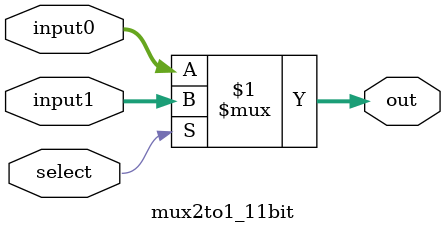
<source format=v>
/*
	Authored 2018-2019, Ryan Voo.

	All rights reserved.
	Redistribution and use in source and binary forms, with or without
	modification, are permitted provided that the following conditions
	are met:

	*	Redistributions of source code must retain the above
		copyright notice, this list of conditions and the following
		disclaimer.

	*	Redistributions in binary form must reproduce the above
		copyright notice, this list of conditions and the following
		disclaimer in the documentation and/or other materials
		provided with the distribution.

	*	Neither the name of the author nor the names of its
		contributors may be used to endorse or promote products
		derived from this software without specific prior written
		permission.

	THIS SOFTWARE IS PROVIDED BY THE COPYRIGHT HOLDERS AND CONTRIBUTORS
	"AS IS" AND ANY EXPRESS OR IMPLIED WARRANTIES, INCLUDING, BUT NOT
	LIMITED TO, THE IMPLIED WARRANTIES OF MERCHANTABILITY AND FITNESS
	FOR A PARTICULAR PURPOSE ARE DISCLAIMED. IN NO EVENT SHALL THE
	COPYRIGHT OWNER OR CONTRIBUTORS BE LIABLE FOR ANY DIRECT, INDIRECT,
	INCIDENTAL, SPECIAL, EXEMPLARY, OR CONSEQUENTIAL DAMAGES (INCLUDING,
	BUT NOT LIMITED TO, PROCUREMENT OF SUBSTITUTE GOODS OR SERVICES;
	LOSS OF USE, DATA, OR PROFITS; OR BUSINESS INTERRUPTION) HOWEVER
	CAUSED AND ON ANY THEORY OF LIABILITY, WHETHER IN CONTRACT, STRICT
	LIABILITY, OR TORT (INCLUDING NEGLIGENCE OR OTHERWISE) ARISING IN
	ANY WAY OUT OF THE USE OF THIS SOFTWARE, EVEN IF ADVISED OF THE
	POSSIBILITY OF SUCH DAMAGE.
*/



/*
 *	2 to 1 multiplexer
 */



module mux2to1(input0, input1, select, out);
	input [31:0]	input0, input1;
	input		select;
	output [31:0]	out;

	assign out = (select) ? input1 : input0;
endmodule

module mux2to1_11bit(input0, input1, select, out); // grep -rn "cont_mux_out" ../processor/verilog shows no usages over 11 bits
	input [10:0]	input0, input1;
	input		select;
	output [10:0]	out;

	assign out = (select) ? input1 : input0;
endmodule
</source>
